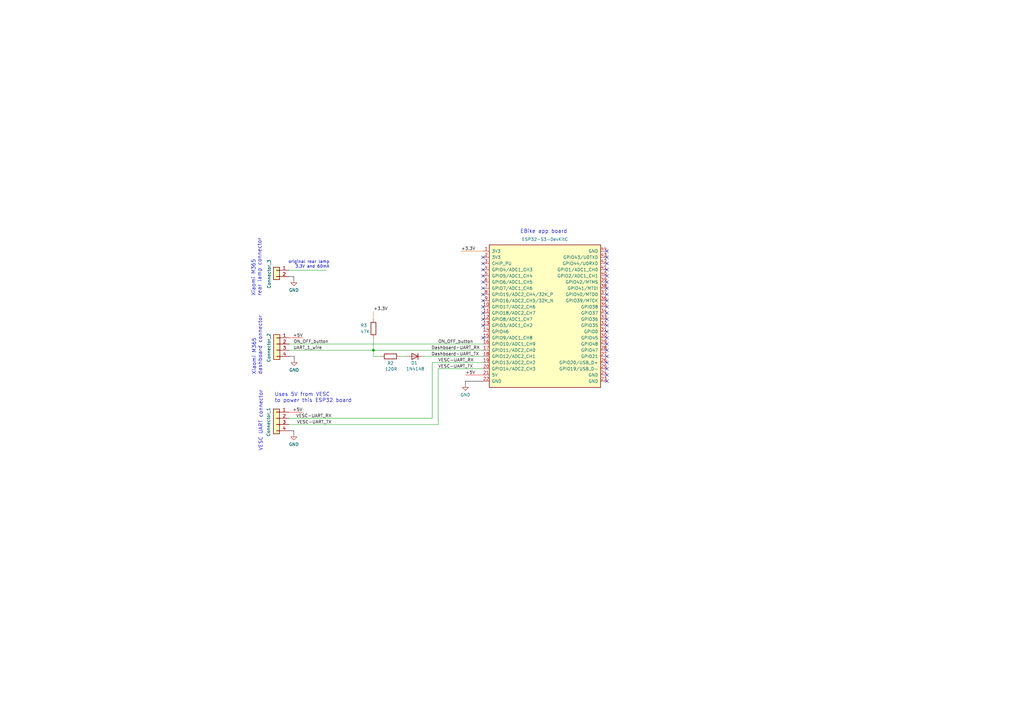
<source format=kicad_sch>
(kicad_sch (version 20230121) (generator eeschema)
  (paper "A3")
  (lib_symbols
    (symbol "Connector_Generic:Conn_01x02" (pin_names (offset 1.016) hide)
      (property "Reference" "J" (at 0 2.54 0))
      (property "Value" "Conn_01x02" (at 0 -5.08 0))
      (symbol "Conn_01x02_1_1"
        (rectangle (start -1.27 -2.413) (end 0 -2.667) (stroke (width 0.1524)))
        (rectangle (start -1.27 0.127) (end 0 -0.127) (stroke (width 0.1524)))
        (rectangle (start -1.27 1.27) (end 1.27 -3.81) (stroke (width 0.254)) (fill (type background)))
        (pin passive line (at -5.08 0 0) (length 3.81) (name "Pin_1") (number "1"))
        (pin passive line (at -5.08 -2.54 0) (length 3.81) (name "Pin_2") (number "2"))
      )
    )
    (symbol "Connector_Generic:Conn_01x04" (pin_names (offset 1.016) hide)
      (property "Reference" "J" (at 0 5.08 0))
      (property "Value" "Conn_01x04" (at 0 -7.62 0))
      (symbol "Conn_01x04_1_1"
        (rectangle (start -1.27 -4.953) (end 0 -5.207) (stroke (width 0.1524)))
        (rectangle (start -1.27 -2.413) (end 0 -2.667) (stroke (width 0.1524)))
        (rectangle (start -1.27 0.127) (end 0 -0.127) (stroke (width 0.1524)))
        (rectangle (start -1.27 2.667) (end 0 2.413) (stroke (width 0.1524)))
        (rectangle (start -1.27 3.81) (end 1.27 -6.35) (stroke (width 0.254)) (fill (type background)))
        (pin passive line (at -5.08 2.54 0) (length 3.81) (name "Pin_1") (number "1"))
        (pin passive line (at -5.08 0 0) (length 3.81) (name "Pin_2") (number "2"))
        (pin passive line (at -5.08 -2.54 0) (length 3.81) (name "Pin_3") (number "3"))
        (pin passive line (at -5.08 -5.08 0) (length 3.81) (name "Pin_4") (number "4"))
      )
    )
    (symbol "Device:R" (pin_numbers hide) (pin_names (offset 0))
      (property "Reference" "R" (at 2.032 0 90))
      (property "Value" "R" (at 0 0 90))
      (symbol "R_0_1"
        (rectangle (start -1.016 -2.54) (end 1.016 2.54) (stroke (width 0.254)))
      )
      (symbol "R_1_1"
        (pin passive line (at 0 3.81 270) (length 1.27) (name "~") (number "1"))
        (pin passive line (at 0 -3.81 90) (length 1.27) (name "~") (number "2"))
      )
    )
    (symbol "Diode:1N4148" (pin_numbers hide) (pin_names hide)
      (property "Reference" "D" (at 0 2.54 0))
      (property "Value" "1N4148" (at 0 -2.54 0))
      (symbol "1N4148_0_1"
        (polyline (pts (xy -1.27 1.27) (xy -1.27 -1.27)) (stroke (width 0.254)))
        (polyline (pts (xy 1.27 0) (xy -1.27 0)))
        (polyline (pts (xy 1.27 1.27) (xy 1.27 -1.27) (xy -1.27 0) (xy 1.27 1.27)) (stroke (width 0.254)))
      )
      (symbol "1N4148_1_1"
        (pin passive line (at -3.81 0 0) (length 2.54) (name "K") (number "1"))
        (pin passive line (at 3.81 0 180) (length 2.54) (name "A") (number "2"))
      )
    )
    (symbol "Espressif:ESP32-S3-DevKitC" (pin_names (offset 1.016))
      (property "Reference" "U" (at -22.86 33.02 0))
      (property "Value" "ESP32-S3-DevKitC" (at -22.86 30.48 0))
      (symbol "ESP32-S3-DevKitC_0_0"
        (pin bidirectional line (at -25.4 -7.62 0) (length 2.54) (name "GPIO46") (number "14"))
        (pin bidirectional line (at -25.4 -20.32 0) (length 2.54) (name "GPIO13/ADC2_CH2") (number "19"))
        (pin power_in line (at -25.4 22.86 0) (length 2.54) (name "3V3") (number "2"))
        (pin bidirectional line (at 25.4 12.7 180) (length 2.54) (name "GPIO42/MTMS") (number "39"))
        (pin bidirectional line (at 25.4 15.24 180) (length 2.54) (name "GPIO2/ADC1_CH1") (number "40"))
        (pin bidirectional line (at 25.4 17.78 180) (length 2.54) (name "GPIO1/ADC1_CH0") (number "41"))
        (pin bidirectional line (at 25.4 20.32 180) (length 2.54) (name "GPIO44/U0RXD") (number "42"))
        (pin bidirectional line (at 25.4 22.86 180) (length 2.54) (name "GPIO43/U0TXD") (number "43"))
        (pin power_in line (at 25.4 25.4 180) (length 2.54) (name "GND") (number "44"))
      )
      (symbol "ESP32-S3-DevKitC_0_1"
        (rectangle (start -22.86 27.94) (end 22.86 -30.48) (stroke (width 0.254)) (fill (type background)))
      )
      (symbol "ESP32-S3-DevKitC_1_1"
        (pin power_in line (at -25.4 25.4 0) (length 2.54) (name "3V3") (number "1"))
        (pin bidirectional line (at -25.4 2.54 0) (length 2.54) (name "GPIO17/ADC2_CH6") (number "10"))
        (pin bidirectional line (at -25.4 0 0) (length 2.54) (name "GPIO18/ADC2_CH7") (number "11"))
        (pin bidirectional line (at -25.4 -2.54 0) (length 2.54) (name "GPIO8/ADC1_CH7") (number "12"))
        (pin bidirectional line (at -25.4 -5.08 0) (length 2.54) (name "GPIO3/ADC1_CH2") (number "13"))
        (pin bidirectional line (at -25.4 -10.16 0) (length 2.54) (name "GPIO9/ADC1_CH8") (number "15"))
        (pin bidirectional line (at -25.4 -12.7 0) (length 2.54) (name "GPIO10/ADC1_CH9") (number "16"))
        (pin bidirectional line (at -25.4 -15.24 0) (length 2.54) (name "GPIO11/ADC2_CH0") (number "17"))
        (pin bidirectional line (at -25.4 -17.78 0) (length 2.54) (name "GPIO12/ADC2_CH1") (number "18"))
        (pin bidirectional line (at -25.4 -22.86 0) (length 2.54) (name "GPIO14/ADC2_CH3") (number "20"))
        (pin power_in line (at -25.4 -25.4 0) (length 2.54) (name "5V") (number "21"))
        (pin power_in line (at -25.4 -27.94 0) (length 2.54) (name "GND") (number "22"))
        (pin power_in line (at 25.4 -27.94 180) (length 2.54) (name "GND") (number "23"))
        (pin power_in line (at 25.4 -25.4 180) (length 2.54) (name "GND") (number "24"))
        (pin bidirectional line (at 25.4 -22.86 180) (length 2.54) (name "GPIO19/USB_D-") (number "25"))
        (pin bidirectional line (at 25.4 -20.32 180) (length 2.54) (name "GPIO20/USB_D+") (number "26"))
        (pin bidirectional line (at 25.4 -17.78 180) (length 2.54) (name "GPIO21") (number "27"))
        (pin bidirectional line (at 25.4 -15.24 180) (length 2.54) (name "GPIO47") (number "28"))
        (pin bidirectional line (at 25.4 -12.7 180) (length 2.54) (name "GPIO48") (number "29"))
        (pin input line (at -25.4 20.32 0) (length 2.54) (name "CHIP_PU") (number "3"))
        (pin bidirectional line (at 25.4 -10.16 180) (length 2.54) (name "GPIO45") (number "30"))
        (pin bidirectional line (at 25.4 -7.62 180) (length 2.54) (name "GPIO0") (number "31"))
        (pin bidirectional line (at 25.4 -5.08 180) (length 2.54) (name "GPIO35") (number "32"))
        (pin bidirectional line (at 25.4 -2.54 180) (length 2.54) (name "GPIO36") (number "33"))
        (pin bidirectional line (at 25.4 0 180) (length 2.54) (name "GPIO37") (number "34"))
        (pin bidirectional line (at 25.4 2.54 180) (length 2.54) (name "GPIO38") (number "35"))
        (pin bidirectional line (at 25.4 5.08 180) (length 2.54) (name "GPIO39/MTCK") (number "36"))
        (pin bidirectional line (at 25.4 7.62 180) (length 2.54) (name "GPIO40/MTDO") (number "37"))
        (pin bidirectional line (at 25.4 10.16 180) (length 2.54) (name "GPIO41/MTDI") (number "38"))
        (pin bidirectional line (at -25.4 17.78 0) (length 2.54) (name "GPIO4/ADC1_CH3") (number "4"))
        (pin bidirectional line (at -25.4 15.24 0) (length 2.54) (name "GPIO5/ADC1_CH4") (number "5"))
        (pin bidirectional line (at -25.4 12.7 0) (length 2.54) (name "GPIO6/ADC1_CH5") (number "6"))
        (pin bidirectional line (at -25.4 10.16 0) (length 2.54) (name "GPIO7/ADC1_CH6") (number "7"))
        (pin bidirectional line (at -25.4 7.62 0) (length 2.54) (name "GPIO15/ADC2_CH4/32K_P") (number "8"))
        (pin bidirectional line (at -25.4 5.08 0) (length 2.54) (name "GPIO16/ADC2_CH5/32K_N") (number "9"))
      )
    )
    (symbol "power:GND" (power) (pin_names (offset 0))
      (property "Value" "GND" (at 0 -3.81 0))
      (symbol "GND_0_1"
        (polyline (pts (xy 0 0) (xy 0 -1.27) (xy 1.27 -1.27) (xy 0 -2.54) (xy -1.27 -1.27) (xy 0 -1.27)))
      )
      (symbol "GND_1_1"
        (pin power_in line (at 0 0 270) (length 0) hide (name "GND") (number "1"))
      )
    )
  )
  (junction (at 153.162 143.637))
  (no_connect (at 198.12 133.477))
  (no_connect (at 198.12 113.157))
  (no_connect (at 198.12 115.697))
  (no_connect (at 198.12 138.557))
  (no_connect (at 198.12 128.397))
  (no_connect (at 248.92 113.157))
  (no_connect (at 198.12 105.537))
  (no_connect (at 198.12 108.077))
  (no_connect (at 198.12 120.777))
  (no_connect (at 198.12 123.317))
  (no_connect (at 198.12 125.857))
  (no_connect (at 198.12 130.937))
  (no_connect (at 248.92 110.617))
  (no_connect (at 248.92 102.997))
  (no_connect (at 248.92 105.537))
  (no_connect (at 248.92 108.077))
  (no_connect (at 248.92 156.337))
  (no_connect (at 248.92 148.717))
  (no_connect (at 248.92 151.257))
  (no_connect (at 248.92 153.797))
  (no_connect (at 248.92 123.317))
  (no_connect (at 248.92 125.857))
  (no_connect (at 248.92 128.397))
  (no_connect (at 248.92 130.937))
  (no_connect (at 248.92 133.477))
  (no_connect (at 248.92 136.017))
  (no_connect (at 248.92 138.557))
  (no_connect (at 248.92 141.097))
  (no_connect (at 248.92 143.637))
  (no_connect (at 248.92 146.177))
  (no_connect (at 248.92 115.697))
  (no_connect (at 248.92 118.237))
  (no_connect (at 248.92 120.777))
  (no_connect (at 198.12 118.237))
  (no_connect (at 198.12 110.617))
  (wire (pts (xy 153.162 138.557) (xy 153.162 143.637)))
  (wire (pts (xy 118.491 110.871) (xy 133.858 110.871)))
  (wire (pts (xy 118.491 171.577) (xy 177.292 171.577)))
  (wire (pts (xy 118.618 143.637) (xy 153.162 143.637)))
  (wire (pts (xy 153.162 143.637) (xy 198.12 143.637)))
  (wire (pts (xy 173.99 146.177) (xy 198.12 146.177)))
  (wire (pts (xy 179.705 151.257) (xy 198.12 151.257)))
  (wire (pts (xy 153.162 130.937) (xy 153.162 127.635)) (stroke (width 0) (color 204 102 0 1)))
  (wire (pts (xy 177.292 148.717) (xy 198.12 148.717)))
  (wire (pts (xy 190.881 156.337) (xy 190.881 157.607)) (stroke (width 0) (color 0 0 0 1)))
  (wire (pts (xy 118.491 169.037) (xy 124.079 169.037)) (stroke (width 0) (color 255 0 0 1)))
  (wire (pts (xy 163.957 146.177) (xy 166.37 146.177)))
  (wire (pts (xy 120.523 113.411) (xy 120.523 114.681)) (stroke (width 0) (color 0 0 0 1)))
  (wire (pts (xy 118.491 113.411) (xy 120.523 113.411)) (stroke (width 0) (color 0 0 0 1)))
  (wire (pts (xy 198.12 156.337) (xy 190.881 156.337)) (stroke (width 0) (color 0 0 0 1)))
  (wire (pts (xy 179.705 151.257) (xy 179.705 174.117)))
  (wire (pts (xy 118.491 174.117) (xy 179.705 174.117)))
  (wire (pts (xy 190.881 153.797) (xy 198.12 153.797)) (stroke (width 0) (color 255 0 0 1)))
  (wire (pts (xy 118.618 146.177) (xy 120.65 146.177)) (stroke (width 0) (color 0 0 0 1)))
  (wire (pts (xy 177.292 171.577) (xy 177.292 148.717)))
  (wire (pts (xy 120.523 176.657) (xy 120.523 177.927)) (stroke (width 0) (color 0 0 0 1)))
  (wire (pts (xy 156.337 146.177) (xy 153.162 146.177)))
  (wire (pts (xy 118.618 138.557) (xy 124.206 138.557)) (stroke (width 0) (color 255 0 0 1)))
  (wire (pts (xy 153.162 146.177) (xy 153.162 143.637)))
  (wire (pts (xy 120.65 146.177) (xy 120.65 147.447)) (stroke (width 0) (color 0 0 0 1)))
  (wire (pts (xy 118.491 176.657) (xy 120.523 176.657)) (stroke (width 0) (color 0 0 0 1)))
  (wire (pts (xy 118.618 141.097) (xy 198.12 141.097)))
  (wire (pts (xy 198.12 102.997) (xy 189.103 102.997)) (stroke (width 0) (color 204 102 0 1)))
  (text "original rear lamp\n3.3V and 60mA" (at 135.128 110.109 0) (effects (font (size 1.2 1.2)) (justify right bottom)))
  (text "Xiaomi M365\ndashboard connector" (at 107.569 153.797 90) (effects (font (size 1.524 1.524)) (justify left bottom)))
  (text "EBike app board" (at 213.36 95.885 0) (effects (font (size 1.524 1.524)) (justify left bottom)))
  (text "Xiaomi M365\nrear lamp connector" (at 107.315 121.539 90) (effects (font (size 1.524 1.524)) (justify left bottom)))
  (text "VESC UART connector" (at 107.823 185.039 90) (effects (font (size 1.524 1.524)) (justify left bottom)))
  (text "Uses 5V from VESC\nto power this ESP32 board" (at 112.649 165.227 0) (effects (font (size 1.524 1.524)) (justify left bottom)))
  (label "VESC-UART_TX" (at 136.017 174.117 180))
  (label "+3.3V" (at 153.162 127.635 0))
  (label "Dashboard-UART_RX" (at 176.911 143.637 0))
  (label "Dashboard-UART_TX" (at 176.911 146.177 0))
  (label "VESC-UART_TX" (at 179.705 151.257 0))
  (label "ON_OFF_button" (at 179.705 141.097 0))
  (label "+5V" (at 190.881 153.797 0))
  (label "ON_OFF_button" (at 134.747 141.097 180))
  (label "+3.3V" (at 189.103 102.997 0))
  (label "UART_1_wire" (at 132.08 143.637 180))
  (label "+5V" (at 124.206 138.557 180))
  (label "+5V" (at 124.079 169.037 180))
  (label "VESC-UART_RX" (at 136.017 171.577 180))
  (label "VESC-UART_RX" (at 179.705 148.717 0))
  (symbol (lib_id "Connector_Generic:Conn_01x02") (at 113.411 110.871 0) (mirror y) (unit 1)
    (property "Reference" "Connector_3" (at 110.363 112.395 90))
  )
  (symbol (lib_id "Device:R") (at 160.147 146.177 90) (mirror x) (unit 1)
    (property "Reference" "R2" (at 160.147 148.971 90))
    (property "Value" "120R" (at 160.401 151.384 90))
  )
  (symbol (lib_id "Connector_Generic:Conn_01x04") (at 113.411 171.577 0) (mirror y) (unit 1)
    (property "Reference" "J3" (effects hide))
    (property "Value" "Connector_1" (at 110.109 173.101 90))
  )
  (symbol (lib_id "power:GND") (at 120.523 114.681 0) (unit 1)
    (property "Reference" "#PWR02" (effects hide))
    (property "Value" "GND" (at 120.523 118.999 0))
  )
  (symbol (lib_id "Device:R") (at 153.162 134.747 0) (unit 1)
    (property "Reference" "R3" (at 147.828 133.477 0) (effects (justify left)))
    (property "Value" "47K" (at 147.828 136.017 0) (effects (justify left)))
  )
  (symbol (lib_id "Diode:1N4148") (at 170.18 146.177 180) (unit 1)
    (property "Reference" "D1" (at 169.926 148.844 0))
    (property "Value" "1N4148" (at 170.307 151.257 0))
    (property "Footprint" "Diode_THT:D_DO-35_SOD27_P7.62mm_Horizontal" (effects hide))
    (property "Datasheet" "https://assets.nexperia.com/documents/data-sheet/1N4148_1N4448.pdf" (effects hide))
    (property "Sim.Device" "D" (effects hide))
    (property "Sim.Pins" "1=K 2=A" (effects hide))
  )
  (symbol (lib_id "power:GND") (at 120.523 177.927 0) (unit 1)
    (property "Reference" "#PWR05" (effects hide))
    (property "Value" "GND" (at 120.523 182.245 0))
  )
  (symbol (lib_id "Connector_Generic:Conn_01x04") (at 113.538 141.097 0) (mirror y) (unit 1)
    (property "Reference" "J1" (effects hide))
    (property "Value" "Connector_2" (at 110.236 142.621 90))
  )
  (symbol (lib_id "Espressif:ESP32-S3-DevKitC") (at 223.52 128.397 0) (unit 1)
    (property "Reference" "U1" (effects hide))
    (property "Value" "ESP32-S3-DevKitC" (at 223.52 98.171 0))
    (property "Footprint" "Espressif:ESP32-S3-DevKitC" (effects hide))
  )
  (symbol (lib_id "power:GND") (at 120.65 147.447 0) (unit 1)
    (property "Reference" "#PWR01" (effects hide))
    (property "Value" "GND" (at 120.65 151.765 0))
  )
  (symbol (lib_id "power:GND") (at 190.881 157.607 0) (unit 1)
    (property "Reference" "#PWR06" (effects hide))
    (property "Value" "GND" (at 190.881 161.925 0))
  )
)
</source>
